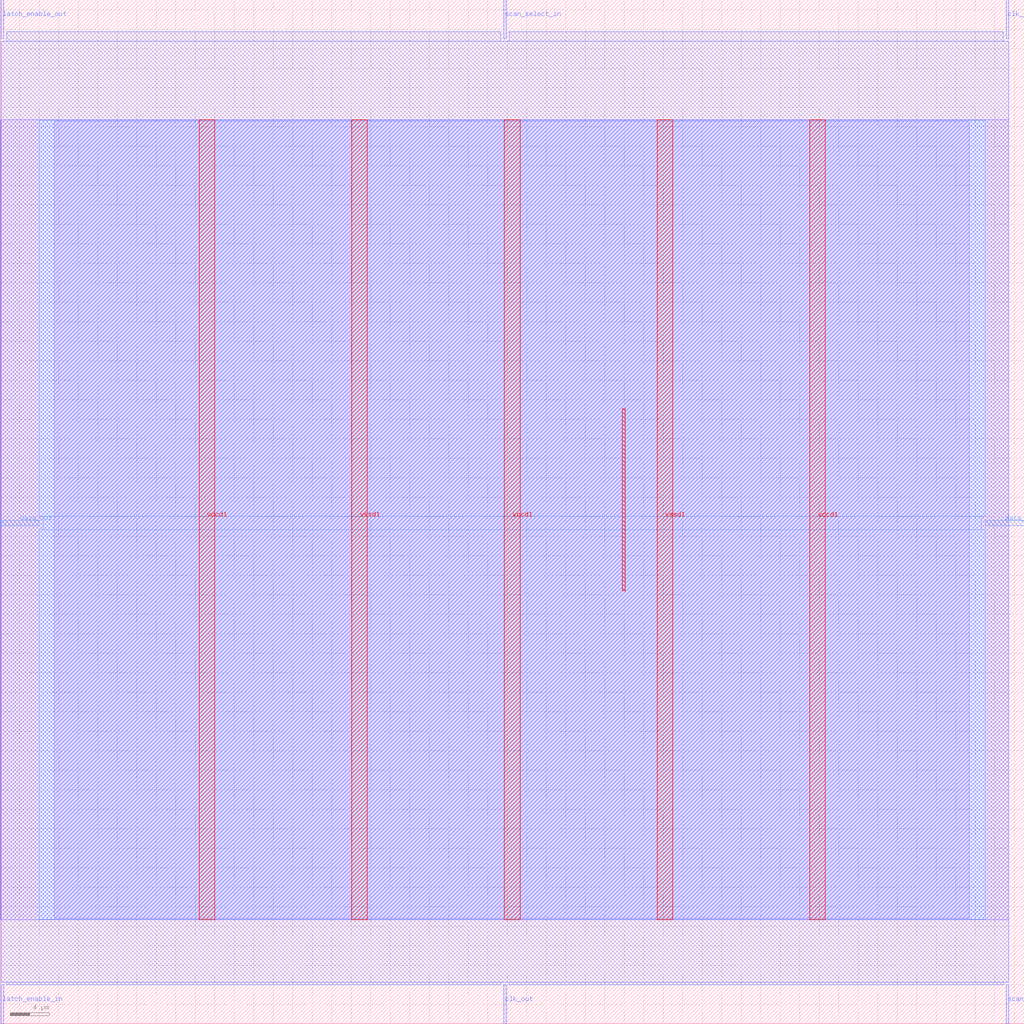
<source format=lef>
VERSION 5.7 ;
  NOWIREEXTENSIONATPIN ON ;
  DIVIDERCHAR "/" ;
  BUSBITCHARS "[]" ;
MACRO scan_wrapper_341259651269001812
  CLASS BLOCK ;
  FOREIGN scan_wrapper_341259651269001812 ;
  ORIGIN 0.000 0.000 ;
  SIZE 105.000 BY 105.000 ;
  PIN clk_in
    DIRECTION INPUT ;
    USE SIGNAL ;
    PORT
      LAYER met2 ;
        RECT 103.130 101.000 103.410 105.000 ;
    END
  END clk_in
  PIN clk_out
    DIRECTION OUTPUT TRISTATE ;
    USE SIGNAL ;
    PORT
      LAYER met2 ;
        RECT 51.610 0.000 51.890 4.000 ;
    END
  END clk_out
  PIN data_in
    DIRECTION INPUT ;
    USE SIGNAL ;
    PORT
      LAYER met3 ;
        RECT 101.000 51.040 105.000 51.640 ;
    END
  END data_in
  PIN data_out
    DIRECTION OUTPUT TRISTATE ;
    USE SIGNAL ;
    PORT
      LAYER met3 ;
        RECT 0.000 51.040 4.000 51.640 ;
    END
  END data_out
  PIN latch_enable_in
    DIRECTION INPUT ;
    USE SIGNAL ;
    PORT
      LAYER met2 ;
        RECT 0.090 0.000 0.370 4.000 ;
    END
  END latch_enable_in
  PIN latch_enable_out
    DIRECTION OUTPUT TRISTATE ;
    USE SIGNAL ;
    PORT
      LAYER met2 ;
        RECT 0.090 101.000 0.370 105.000 ;
    END
  END latch_enable_out
  PIN scan_select_in
    DIRECTION INPUT ;
    USE SIGNAL ;
    PORT
      LAYER met2 ;
        RECT 51.610 101.000 51.890 105.000 ;
    END
  END scan_select_in
  PIN scan_select_out
    DIRECTION OUTPUT TRISTATE ;
    USE SIGNAL ;
    PORT
      LAYER met2 ;
        RECT 103.130 0.000 103.410 4.000 ;
    END
  END scan_select_out
  PIN vccd1
    DIRECTION INPUT ;
    USE POWER ;
    PORT
      LAYER met4 ;
        RECT 20.380 10.640 21.980 92.720 ;
    END
    PORT
      LAYER met4 ;
        RECT 51.700 10.640 53.300 92.720 ;
    END
    PORT
      LAYER met4 ;
        RECT 83.020 10.640 84.620 92.720 ;
    END
  END vccd1
  PIN vssd1
    DIRECTION INPUT ;
    USE GROUND ;
    PORT
      LAYER met4 ;
        RECT 36.040 10.640 37.640 92.720 ;
    END
    PORT
      LAYER met4 ;
        RECT 67.360 10.640 68.960 92.720 ;
    END
  END vssd1
  OBS
      LAYER li1 ;
        RECT 5.520 10.795 99.360 92.565 ;
      LAYER met1 ;
        RECT 0.070 10.640 103.430 92.720 ;
      LAYER met2 ;
        RECT 0.650 100.720 51.330 101.730 ;
        RECT 52.170 100.720 102.850 101.730 ;
        RECT 0.100 4.280 103.400 100.720 ;
        RECT 0.650 4.000 51.330 4.280 ;
        RECT 52.170 4.000 102.850 4.280 ;
      LAYER met3 ;
        RECT 4.000 52.040 101.000 92.645 ;
        RECT 4.400 50.640 100.600 52.040 ;
        RECT 4.000 10.715 101.000 50.640 ;
      LAYER met4 ;
        RECT 63.775 44.375 64.105 63.065 ;
  END
END scan_wrapper_341259651269001812
END LIBRARY


</source>
